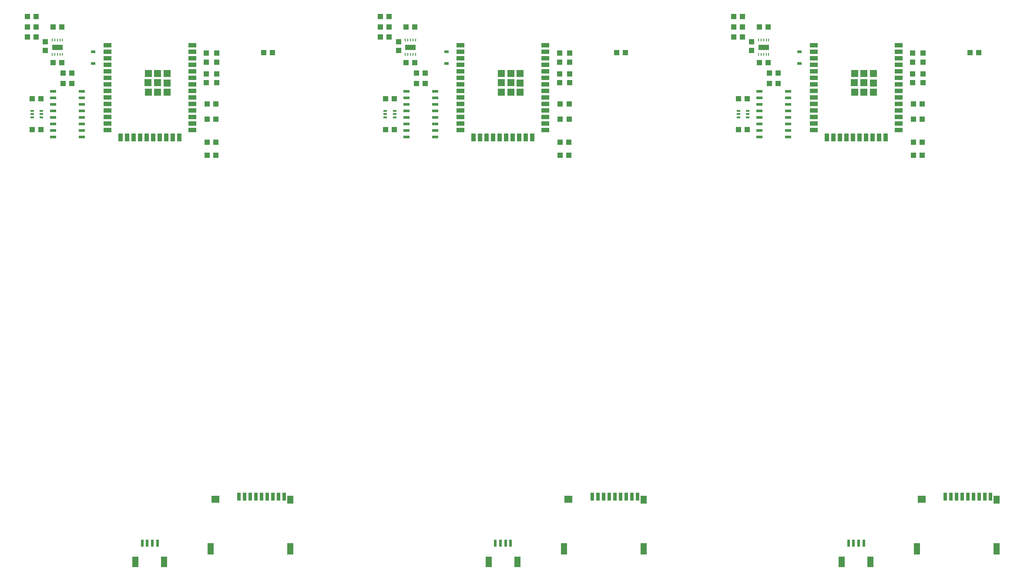
<source format=gbp>
G04 EAGLE Gerber RS-274X export*
G75*
%MOMM*%
%FSLAX34Y34*%
%LPD*%
%INSolderpaste Bottom*%
%IPPOS*%
%AMOC8*
5,1,8,0,0,1.08239X$1,22.5*%
G01*
%ADD10R,1.200000X2.000000*%
%ADD11R,0.600000X1.350000*%
%ADD12R,1.000000X1.100000*%
%ADD13R,1.100000X1.000000*%
%ADD14R,0.830000X0.630000*%
%ADD15R,1.200000X0.600000*%
%ADD16R,0.660000X0.300000*%
%ADD17R,0.260000X0.599000*%
%ADD18R,2.000000X1.000000*%
%ADD19R,1.500000X0.900000*%
%ADD20R,0.900000X1.500000*%
%ADD21R,1.330000X1.330000*%
%ADD22R,0.700000X1.600000*%
%ADD23R,1.200000X2.200000*%
%ADD24R,1.600000X1.400000*%
%ADD25R,1.200000X1.600000*%


D10*
X369618Y10693D03*
X313618Y10693D03*
D11*
X356618Y47443D03*
X346618Y47443D03*
X336618Y47443D03*
X326618Y47443D03*
D12*
X138418Y1006843D03*
X138418Y1023843D03*
D13*
X170118Y1052743D03*
X153118Y1052743D03*
X170118Y982743D03*
X153118Y982743D03*
D14*
X231618Y981243D03*
X231618Y1004243D03*
D12*
X451618Y961243D03*
X451618Y944243D03*
X471618Y1001243D03*
X471618Y984243D03*
X451618Y1001243D03*
X451618Y984243D03*
X471618Y961243D03*
X471618Y944243D03*
D13*
X173118Y962743D03*
X190118Y962743D03*
D15*
X209618Y927193D03*
X209618Y914493D03*
X209618Y901793D03*
X209618Y889093D03*
X209618Y876393D03*
X209618Y863693D03*
X209618Y850993D03*
X209618Y838293D03*
X153618Y838293D03*
X153618Y850993D03*
X153618Y863693D03*
X153618Y876393D03*
X153618Y889093D03*
X153618Y901793D03*
X153618Y914493D03*
X153618Y927193D03*
D13*
X113118Y852743D03*
X130118Y852743D03*
X130118Y912743D03*
X113118Y912743D03*
D16*
X130818Y889243D03*
X112418Y882743D03*
X112418Y876243D03*
X112418Y889243D03*
X130818Y882743D03*
X130818Y876243D03*
D13*
X173118Y942743D03*
X190118Y942743D03*
X453118Y902743D03*
X470118Y902743D03*
X580118Y1002743D03*
X563118Y1002743D03*
D17*
X161618Y998748D03*
X166618Y998748D03*
X171618Y998748D03*
X156618Y998748D03*
X151618Y998748D03*
X151618Y1026738D03*
X156618Y1026738D03*
X161618Y1026738D03*
X166618Y1026738D03*
X171618Y1026738D03*
D18*
X161618Y1012743D03*
D13*
X120118Y1052743D03*
X103118Y1052743D03*
X120118Y1032743D03*
X103118Y1032743D03*
X120118Y1072743D03*
X103118Y1072743D03*
X453118Y872743D03*
X470118Y872743D03*
D19*
X423998Y1017043D03*
X423998Y1004343D03*
X423998Y991643D03*
X423998Y978943D03*
X423998Y966243D03*
X423998Y953543D03*
X423998Y940843D03*
X423998Y928143D03*
X423998Y915443D03*
X423998Y902743D03*
X423998Y890043D03*
X423998Y877343D03*
X423998Y864643D03*
X423998Y851943D03*
D20*
X398768Y837043D03*
X386068Y837043D03*
X373368Y837043D03*
X360668Y837043D03*
X347968Y837043D03*
X335268Y837043D03*
X322568Y837043D03*
X309868Y837043D03*
X297168Y837043D03*
X284468Y837043D03*
D19*
X259238Y851943D03*
X259238Y864643D03*
X259238Y877343D03*
X259238Y890043D03*
X259238Y902743D03*
X259238Y915443D03*
X259238Y928143D03*
X259238Y940843D03*
X259238Y953543D03*
X259238Y966243D03*
X259238Y978943D03*
X259238Y991643D03*
X259238Y1004343D03*
X259238Y1017043D03*
D21*
X356928Y943623D03*
X338478Y961833D03*
X356778Y961833D03*
X375078Y961833D03*
X375078Y943533D03*
X338378Y943833D03*
X338478Y925233D03*
X356778Y925133D03*
X375078Y925233D03*
D13*
X470018Y828243D03*
X453018Y828243D03*
X453018Y802843D03*
X470018Y802843D03*
D22*
X537118Y137743D03*
X526118Y137743D03*
X515118Y137743D03*
X548118Y137743D03*
X559118Y137743D03*
X570118Y137743D03*
X581118Y137743D03*
X592118Y137743D03*
X603118Y137743D03*
D23*
X460118Y36743D03*
X615118Y36743D03*
D24*
X469118Y132743D03*
D25*
X615118Y131743D03*
D10*
X1056688Y10693D03*
X1000688Y10693D03*
D11*
X1043688Y47443D03*
X1033688Y47443D03*
X1023688Y47443D03*
X1013688Y47443D03*
D12*
X825488Y1006843D03*
X825488Y1023843D03*
D13*
X857188Y1052743D03*
X840188Y1052743D03*
X857188Y982743D03*
X840188Y982743D03*
D14*
X918688Y981243D03*
X918688Y1004243D03*
D12*
X1138688Y961243D03*
X1138688Y944243D03*
X1158688Y1001243D03*
X1158688Y984243D03*
X1138688Y1001243D03*
X1138688Y984243D03*
X1158688Y961243D03*
X1158688Y944243D03*
D13*
X860188Y962743D03*
X877188Y962743D03*
D15*
X896688Y927193D03*
X896688Y914493D03*
X896688Y901793D03*
X896688Y889093D03*
X896688Y876393D03*
X896688Y863693D03*
X896688Y850993D03*
X896688Y838293D03*
X840688Y838293D03*
X840688Y850993D03*
X840688Y863693D03*
X840688Y876393D03*
X840688Y889093D03*
X840688Y901793D03*
X840688Y914493D03*
X840688Y927193D03*
D13*
X800188Y852743D03*
X817188Y852743D03*
X817188Y912743D03*
X800188Y912743D03*
D16*
X817888Y889243D03*
X799488Y882743D03*
X799488Y876243D03*
X799488Y889243D03*
X817888Y882743D03*
X817888Y876243D03*
D13*
X860188Y942743D03*
X877188Y942743D03*
X1140188Y902743D03*
X1157188Y902743D03*
X1267188Y1002743D03*
X1250188Y1002743D03*
D17*
X848688Y998748D03*
X853688Y998748D03*
X858688Y998748D03*
X843688Y998748D03*
X838688Y998748D03*
X838688Y1026738D03*
X843688Y1026738D03*
X848688Y1026738D03*
X853688Y1026738D03*
X858688Y1026738D03*
D18*
X848688Y1012743D03*
D13*
X807188Y1052743D03*
X790188Y1052743D03*
X807188Y1032743D03*
X790188Y1032743D03*
X807188Y1072743D03*
X790188Y1072743D03*
X1140188Y872743D03*
X1157188Y872743D03*
D19*
X1111068Y1017043D03*
X1111068Y1004343D03*
X1111068Y991643D03*
X1111068Y978943D03*
X1111068Y966243D03*
X1111068Y953543D03*
X1111068Y940843D03*
X1111068Y928143D03*
X1111068Y915443D03*
X1111068Y902743D03*
X1111068Y890043D03*
X1111068Y877343D03*
X1111068Y864643D03*
X1111068Y851943D03*
D20*
X1085838Y837043D03*
X1073138Y837043D03*
X1060438Y837043D03*
X1047738Y837043D03*
X1035038Y837043D03*
X1022338Y837043D03*
X1009638Y837043D03*
X996938Y837043D03*
X984238Y837043D03*
X971538Y837043D03*
D19*
X946308Y851943D03*
X946308Y864643D03*
X946308Y877343D03*
X946308Y890043D03*
X946308Y902743D03*
X946308Y915443D03*
X946308Y928143D03*
X946308Y940843D03*
X946308Y953543D03*
X946308Y966243D03*
X946308Y978943D03*
X946308Y991643D03*
X946308Y1004343D03*
X946308Y1017043D03*
D21*
X1043998Y943623D03*
X1025548Y961833D03*
X1043848Y961833D03*
X1062148Y961833D03*
X1062148Y943533D03*
X1025448Y943833D03*
X1025548Y925233D03*
X1043848Y925133D03*
X1062148Y925233D03*
D13*
X1157088Y828243D03*
X1140088Y828243D03*
X1140088Y802843D03*
X1157088Y802843D03*
D22*
X1224188Y137743D03*
X1213188Y137743D03*
X1202188Y137743D03*
X1235188Y137743D03*
X1246188Y137743D03*
X1257188Y137743D03*
X1268188Y137743D03*
X1279188Y137743D03*
X1290188Y137743D03*
D23*
X1147188Y36743D03*
X1302188Y36743D03*
D24*
X1156188Y132743D03*
D25*
X1302188Y131743D03*
D10*
X1743758Y10693D03*
X1687758Y10693D03*
D11*
X1730758Y47443D03*
X1720758Y47443D03*
X1710758Y47443D03*
X1700758Y47443D03*
D12*
X1512558Y1006843D03*
X1512558Y1023843D03*
D13*
X1544258Y1052743D03*
X1527258Y1052743D03*
X1544258Y982743D03*
X1527258Y982743D03*
D14*
X1605758Y981243D03*
X1605758Y1004243D03*
D12*
X1825758Y961243D03*
X1825758Y944243D03*
X1845758Y1001243D03*
X1845758Y984243D03*
X1825758Y1001243D03*
X1825758Y984243D03*
X1845758Y961243D03*
X1845758Y944243D03*
D13*
X1547258Y962743D03*
X1564258Y962743D03*
D15*
X1583758Y927193D03*
X1583758Y914493D03*
X1583758Y901793D03*
X1583758Y889093D03*
X1583758Y876393D03*
X1583758Y863693D03*
X1583758Y850993D03*
X1583758Y838293D03*
X1527758Y838293D03*
X1527758Y850993D03*
X1527758Y863693D03*
X1527758Y876393D03*
X1527758Y889093D03*
X1527758Y901793D03*
X1527758Y914493D03*
X1527758Y927193D03*
D13*
X1487258Y852743D03*
X1504258Y852743D03*
X1504258Y912743D03*
X1487258Y912743D03*
D16*
X1504958Y889243D03*
X1486558Y882743D03*
X1486558Y876243D03*
X1486558Y889243D03*
X1504958Y882743D03*
X1504958Y876243D03*
D13*
X1547258Y942743D03*
X1564258Y942743D03*
X1827258Y902743D03*
X1844258Y902743D03*
X1954258Y1002743D03*
X1937258Y1002743D03*
D17*
X1535758Y998748D03*
X1540758Y998748D03*
X1545758Y998748D03*
X1530758Y998748D03*
X1525758Y998748D03*
X1525758Y1026738D03*
X1530758Y1026738D03*
X1535758Y1026738D03*
X1540758Y1026738D03*
X1545758Y1026738D03*
D18*
X1535758Y1012743D03*
D13*
X1494258Y1052743D03*
X1477258Y1052743D03*
X1494258Y1032743D03*
X1477258Y1032743D03*
X1494258Y1072743D03*
X1477258Y1072743D03*
X1827258Y872743D03*
X1844258Y872743D03*
D19*
X1798138Y1017043D03*
X1798138Y1004343D03*
X1798138Y991643D03*
X1798138Y978943D03*
X1798138Y966243D03*
X1798138Y953543D03*
X1798138Y940843D03*
X1798138Y928143D03*
X1798138Y915443D03*
X1798138Y902743D03*
X1798138Y890043D03*
X1798138Y877343D03*
X1798138Y864643D03*
X1798138Y851943D03*
D20*
X1772908Y837043D03*
X1760208Y837043D03*
X1747508Y837043D03*
X1734808Y837043D03*
X1722108Y837043D03*
X1709408Y837043D03*
X1696708Y837043D03*
X1684008Y837043D03*
X1671308Y837043D03*
X1658608Y837043D03*
D19*
X1633378Y851943D03*
X1633378Y864643D03*
X1633378Y877343D03*
X1633378Y890043D03*
X1633378Y902743D03*
X1633378Y915443D03*
X1633378Y928143D03*
X1633378Y940843D03*
X1633378Y953543D03*
X1633378Y966243D03*
X1633378Y978943D03*
X1633378Y991643D03*
X1633378Y1004343D03*
X1633378Y1017043D03*
D21*
X1731068Y943623D03*
X1712618Y961833D03*
X1730918Y961833D03*
X1749218Y961833D03*
X1749218Y943533D03*
X1712518Y943833D03*
X1712618Y925233D03*
X1730918Y925133D03*
X1749218Y925233D03*
D13*
X1844158Y828243D03*
X1827158Y828243D03*
X1827158Y802843D03*
X1844158Y802843D03*
D22*
X1911258Y137743D03*
X1900258Y137743D03*
X1889258Y137743D03*
X1922258Y137743D03*
X1933258Y137743D03*
X1944258Y137743D03*
X1955258Y137743D03*
X1966258Y137743D03*
X1977258Y137743D03*
D23*
X1834258Y36743D03*
X1989258Y36743D03*
D24*
X1843258Y132743D03*
D25*
X1989258Y131743D03*
M02*

</source>
